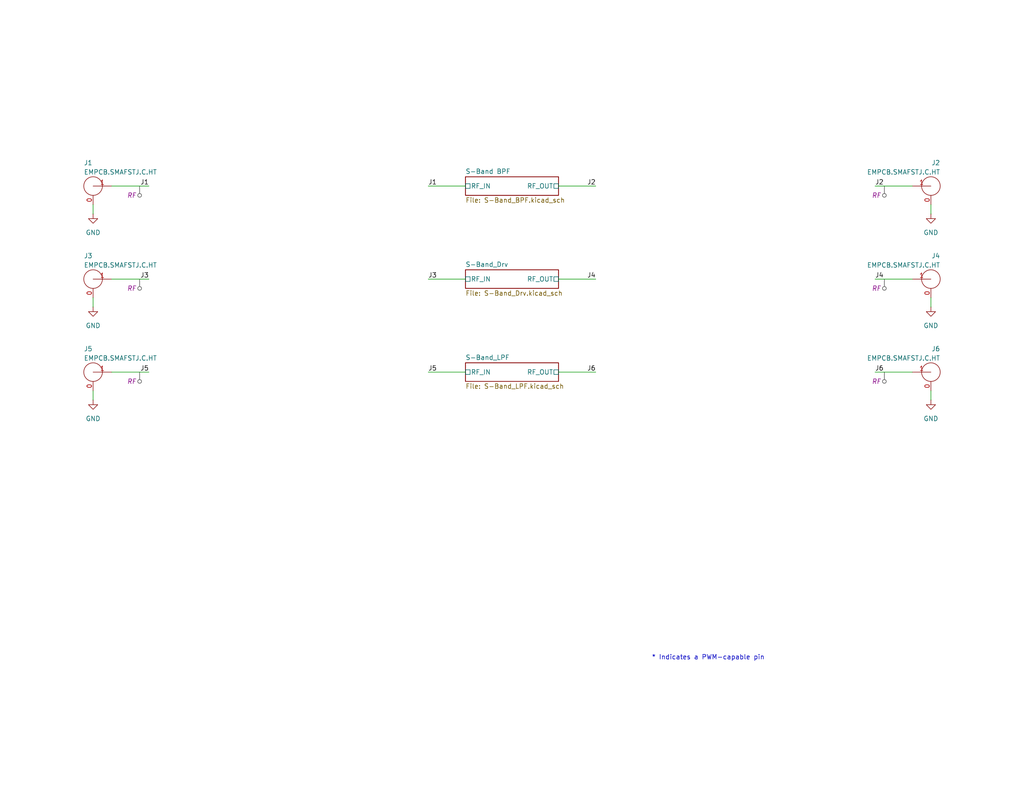
<source format=kicad_sch>
(kicad_sch
	(version 20231120)
	(generator "eeschema")
	(generator_version "8.0")
	(uuid "e63e39d7-6ac0-4ffd-8aa3-1841a4541b55")
	(paper "USLetter")
	(title_block
		(title "S-Band 1W Amplifier Prototype")
		(date "2024-08-23")
		(rev "0")
		(company "Wireless and Control Systems LLC")
		(comment 1 "Dan Tatum")
	)
	(lib_symbols
		(symbol "power:GND"
			(power)
			(pin_numbers hide)
			(pin_names
				(offset 0) hide)
			(exclude_from_sim no)
			(in_bom yes)
			(on_board yes)
			(property "Reference" "#PWR"
				(at 0 -6.35 0)
				(effects
					(font
						(size 1.27 1.27)
					)
					(hide yes)
				)
			)
			(property "Value" "GND"
				(at 0 -3.81 0)
				(effects
					(font
						(size 1.27 1.27)
					)
				)
			)
			(property "Footprint" ""
				(at 0 0 0)
				(effects
					(font
						(size 1.27 1.27)
					)
					(hide yes)
				)
			)
			(property "Datasheet" ""
				(at 0 0 0)
				(effects
					(font
						(size 1.27 1.27)
					)
					(hide yes)
				)
			)
			(property "Description" "Power symbol creates a global label with name \"GND\" , ground"
				(at 0 0 0)
				(effects
					(font
						(size 1.27 1.27)
					)
					(hide yes)
				)
			)
			(property "ki_keywords" "global power"
				(at 0 0 0)
				(effects
					(font
						(size 1.27 1.27)
					)
					(hide yes)
				)
			)
			(symbol "GND_0_1"
				(polyline
					(pts
						(xy 0 0) (xy 0 -1.27) (xy 1.27 -1.27) (xy 0 -2.54) (xy -1.27 -1.27) (xy 0 -1.27)
					)
					(stroke
						(width 0)
						(type default)
					)
					(fill
						(type none)
					)
				)
			)
			(symbol "GND_1_1"
				(pin power_in line
					(at 0 0 270)
					(length 0)
					(name "~"
						(effects
							(font
								(size 1.27 1.27)
							)
						)
					)
					(number "1"
						(effects
							(font
								(size 1.27 1.27)
							)
						)
					)
				)
			)
		)
		(symbol "proj_library:EMPCB.SMAFSTJ.C.HT"
			(pin_names
				(offset 1.016) hide)
			(exclude_from_sim no)
			(in_bom yes)
			(on_board yes)
			(property "Reference" "J"
				(at 0 5.715 0)
				(effects
					(font
						(size 1.27 1.27)
					)
					(justify right)
				)
			)
			(property "Value" "EMPCB.SMAFSTJ.C.HT"
				(at 0 3.81 0)
				(effects
					(font
						(size 1.27 1.27)
					)
					(justify right)
				)
			)
			(property "Footprint" "proj_library:EMPCB.SMAFSTJ.C.HT"
				(at 0 -3.81 0)
				(effects
					(font
						(size 1.27 1.27)
					)
					(hide yes)
				)
			)
			(property "Datasheet" ""
				(at 0 0 0)
				(effects
					(font
						(size 1.27 1.27)
					)
					(hide yes)
				)
			)
			(property "Description" "CONN SMA JACK STR 50OHM EDGE MNT"
				(at 0 0 0)
				(effects
					(font
						(size 1.27 1.27)
					)
					(hide yes)
				)
			)
			(property "Manufacturer" "Taoglas"
				(at 0 3.81 0)
				(effects
					(font
						(size 1.27 1.27)
					)
					(hide yes)
				)
			)
			(property "ki_keywords" "CONN SMA JACK 50 OHM EDGE"
				(at 0 0 0)
				(effects
					(font
						(size 1.27 1.27)
					)
					(hide yes)
				)
			)
			(property "ki_fp_filters" "Connector*:*_1x??_*"
				(at 0 0 0)
				(effects
					(font
						(size 1.27 1.27)
					)
					(hide yes)
				)
			)
			(symbol "EMPCB.SMAFSTJ.C.HT_0_1"
				(circle
					(center 0 0)
					(radius 2.54)
					(stroke
						(width 0)
						(type default)
					)
					(fill
						(type none)
					)
				)
			)
			(symbol "EMPCB.SMAFSTJ.C.HT_1_0"
				(pin passive line
					(at 0 -5.08 90)
					(length 2.54)
					(name "~"
						(effects
							(font
								(size 1.27 1.27)
							)
						)
					)
					(number "0"
						(effects
							(font
								(size 1.27 1.27)
							)
						)
					)
				)
			)
			(symbol "EMPCB.SMAFSTJ.C.HT_1_1"
				(pin passive line
					(at -5.08 0 0)
					(length 5.08)
					(name "Pin_1"
						(effects
							(font
								(size 1.27 1.27)
							)
						)
					)
					(number "1"
						(effects
							(font
								(size 1.27 1.27)
							)
						)
					)
				)
			)
		)
	)
	(wire
		(pts
			(xy 25.4 55.88) (xy 25.4 58.42)
		)
		(stroke
			(width 0)
			(type default)
		)
		(uuid "11e9e616-6d6a-4490-bf22-08dafce210d2")
	)
	(wire
		(pts
			(xy 30.48 76.2) (xy 40.64 76.2)
		)
		(stroke
			(width 0)
			(type default)
		)
		(uuid "28d961e3-b34a-42dc-833d-f5738a47e60b")
	)
	(wire
		(pts
			(xy 238.76 50.8) (xy 248.92 50.8)
		)
		(stroke
			(width 0)
			(type default)
		)
		(uuid "2ffafc1d-4ed2-479e-bd90-505f86ab9326")
	)
	(wire
		(pts
			(xy 254 55.88) (xy 254 58.42)
		)
		(stroke
			(width 0)
			(type default)
		)
		(uuid "3977ffa7-dd5c-4e8e-99ef-2f506499b254")
	)
	(wire
		(pts
			(xy 254 106.68) (xy 254 109.22)
		)
		(stroke
			(width 0)
			(type default)
		)
		(uuid "3aeeae19-2859-4c92-8d88-9f704ad1883f")
	)
	(wire
		(pts
			(xy 238.76 101.6) (xy 248.92 101.6)
		)
		(stroke
			(width 0)
			(type default)
		)
		(uuid "5e299302-8fbd-4b67-9e29-2ac80f9583c8")
	)
	(wire
		(pts
			(xy 116.84 50.8) (xy 127 50.8)
		)
		(stroke
			(width 0)
			(type default)
		)
		(uuid "606e6136-be68-457b-a485-0f5f19954e51")
	)
	(wire
		(pts
			(xy 25.4 81.28) (xy 25.4 83.82)
		)
		(stroke
			(width 0)
			(type default)
		)
		(uuid "72c58636-1825-46fa-99f5-99df9c450151")
	)
	(wire
		(pts
			(xy 152.4 50.8) (xy 162.56 50.8)
		)
		(stroke
			(width 0)
			(type default)
		)
		(uuid "78cede8f-711c-4586-b3be-cb0b1198d01c")
	)
	(wire
		(pts
			(xy 152.4 101.6) (xy 162.56 101.6)
		)
		(stroke
			(width 0)
			(type default)
		)
		(uuid "86a9f241-8a73-49ec-a583-9b23619889bb")
	)
	(wire
		(pts
			(xy 116.84 76.2) (xy 127 76.2)
		)
		(stroke
			(width 0)
			(type default)
		)
		(uuid "99fcf72a-b49a-4cde-836d-268b4cb4ccfa")
	)
	(wire
		(pts
			(xy 30.48 101.6) (xy 40.64 101.6)
		)
		(stroke
			(width 0)
			(type default)
		)
		(uuid "a93d1b0a-2160-47a1-852b-d22832da7434")
	)
	(wire
		(pts
			(xy 152.4 76.2) (xy 162.56 76.2)
		)
		(stroke
			(width 0)
			(type default)
		)
		(uuid "a94161f4-e99d-41c2-b758-8d1840ef528b")
	)
	(wire
		(pts
			(xy 116.84 101.6) (xy 127 101.6)
		)
		(stroke
			(width 0)
			(type default)
		)
		(uuid "cff89868-d2f8-4a77-9ef9-cb3b54164ef0")
	)
	(wire
		(pts
			(xy 238.76 76.2) (xy 248.92 76.2)
		)
		(stroke
			(width 0)
			(type default)
		)
		(uuid "d0f9124f-5895-4102-8dbe-d5cf2709118f")
	)
	(wire
		(pts
			(xy 25.4 106.68) (xy 25.4 109.22)
		)
		(stroke
			(width 0)
			(type default)
		)
		(uuid "f2422321-18ba-4d44-9981-c5e2dc077547")
	)
	(wire
		(pts
			(xy 30.48 50.8) (xy 40.64 50.8)
		)
		(stroke
			(width 0)
			(type default)
		)
		(uuid "f8062c35-db7a-41fd-8cf8-fefee4279029")
	)
	(wire
		(pts
			(xy 254 81.28) (xy 254 83.82)
		)
		(stroke
			(width 0)
			(type default)
		)
		(uuid "f89660ff-4df0-4021-801e-6a5965ed6f29")
	)
	(text "* Indicates a PWM-capable pin"
		(exclude_from_sim no)
		(at 177.8 180.34 0)
		(effects
			(font
				(size 1.27 1.27)
			)
			(justify left bottom)
		)
		(uuid "c364973a-9a67-4667-8185-a3a5c6c6cbdf")
	)
	(label "J4"
		(at 238.76 76.2 0)
		(fields_autoplaced yes)
		(effects
			(font
				(size 1.27 1.27)
			)
			(justify left bottom)
		)
		(uuid "01f22149-f180-43e2-bd22-862b9b52d6da")
	)
	(label "J5"
		(at 116.84 101.6 0)
		(fields_autoplaced yes)
		(effects
			(font
				(size 1.27 1.27)
			)
			(justify left bottom)
		)
		(uuid "2a7f6f64-4a14-452c-b635-c98afa5aa66c")
	)
	(label "J2"
		(at 162.56 50.8 180)
		(fields_autoplaced yes)
		(effects
			(font
				(size 1.27 1.27)
			)
			(justify right bottom)
		)
		(uuid "54d56d17-8e65-47ce-83e8-2e87d967995e")
	)
	(label "J4"
		(at 162.56 76.2 180)
		(fields_autoplaced yes)
		(effects
			(font
				(size 1.27 1.27)
			)
			(justify right bottom)
		)
		(uuid "694613ba-99df-4708-9ff3-ddbb1d04c32a")
	)
	(label "J2"
		(at 238.76 50.8 0)
		(fields_autoplaced yes)
		(effects
			(font
				(size 1.27 1.27)
			)
			(justify left bottom)
		)
		(uuid "754d6feb-8aed-4784-bf9e-917afd6129eb")
	)
	(label "J6"
		(at 238.76 101.6 0)
		(fields_autoplaced yes)
		(effects
			(font
				(size 1.27 1.27)
			)
			(justify left bottom)
		)
		(uuid "8d2626cb-ca94-4ace-910b-19e8f8bdb995")
	)
	(label "J3"
		(at 116.84 76.2 0)
		(fields_autoplaced yes)
		(effects
			(font
				(size 1.27 1.27)
			)
			(justify left bottom)
		)
		(uuid "ae52d651-0bc2-4d83-b5b3-84ae4496f196")
	)
	(label "J5"
		(at 40.64 101.6 180)
		(fields_autoplaced yes)
		(effects
			(font
				(size 1.27 1.27)
			)
			(justify right bottom)
		)
		(uuid "bda28934-3b7e-42e4-a3c1-99f9dec01121")
	)
	(label "J1"
		(at 116.84 50.8 0)
		(fields_autoplaced yes)
		(effects
			(font
				(size 1.27 1.27)
			)
			(justify left bottom)
		)
		(uuid "cff4ece1-3abe-4d7e-8960-30f917da99b2")
	)
	(label "J3"
		(at 40.64 76.2 180)
		(fields_autoplaced yes)
		(effects
			(font
				(size 1.27 1.27)
			)
			(justify right bottom)
		)
		(uuid "dcf1d9fb-05bb-4fc0-879d-bfada30da410")
	)
	(label "J6"
		(at 162.56 101.6 180)
		(fields_autoplaced yes)
		(effects
			(font
				(size 1.27 1.27)
			)
			(justify right bottom)
		)
		(uuid "f79e0e02-e50c-498a-a76d-d4c6b5664709")
	)
	(label "J1"
		(at 40.64 50.8 180)
		(fields_autoplaced yes)
		(effects
			(font
				(size 1.27 1.27)
			)
			(justify right bottom)
		)
		(uuid "f81ee1ac-8a3c-4be0-9f07-72a1c82064cb")
	)
	(netclass_flag ""
		(length 2.54)
		(shape round)
		(at 38.1 76.2 180)
		(effects
			(font
				(size 1.27 1.27)
			)
			(justify right bottom)
		)
		(uuid "04e98d3e-8ede-41f8-a3db-d8fd1e2522f3")
		(property "Netclass" "RF"
			(at 37.211 78.74 0)
			(effects
				(font
					(size 1.27 1.27)
					(italic yes)
				)
				(justify right)
			)
		)
	)
	(netclass_flag ""
		(length 2.54)
		(shape round)
		(at 241.3 101.6 180)
		(effects
			(font
				(size 1.27 1.27)
			)
			(justify right bottom)
		)
		(uuid "12777815-e805-439d-8ee3-82cdb8619f95")
		(property "Netclass" "RF"
			(at 240.411 104.14 0)
			(effects
				(font
					(size 1.27 1.27)
					(italic yes)
				)
				(justify right)
			)
		)
	)
	(netclass_flag ""
		(length 2.54)
		(shape round)
		(at 241.3 76.2 180)
		(effects
			(font
				(size 1.27 1.27)
			)
			(justify right bottom)
		)
		(uuid "721e0324-752e-448f-8ba7-c70f5bb13004")
		(property "Netclass" "RF"
			(at 240.411 78.74 0)
			(effects
				(font
					(size 1.27 1.27)
					(italic yes)
				)
				(justify right)
			)
		)
	)
	(netclass_flag ""
		(length 2.54)
		(shape round)
		(at 241.3 50.8 180)
		(effects
			(font
				(size 1.27 1.27)
			)
			(justify right bottom)
		)
		(uuid "765f1288-8ccf-4bfe-aed7-acbb4d1fe0c8")
		(property "Netclass" "RF"
			(at 240.411 53.34 0)
			(effects
				(font
					(size 1.27 1.27)
					(italic yes)
				)
				(justify right)
			)
		)
	)
	(netclass_flag ""
		(length 2.54)
		(shape round)
		(at 38.1 101.6 180)
		(effects
			(font
				(size 1.27 1.27)
			)
			(justify right bottom)
		)
		(uuid "b7102b42-92d7-4626-89d9-7f4460c5f22c")
		(property "Netclass" "RF"
			(at 37.211 104.14 0)
			(effects
				(font
					(size 1.27 1.27)
					(italic yes)
				)
				(justify right)
			)
		)
	)
	(netclass_flag ""
		(length 2.54)
		(shape round)
		(at 38.1 50.8 180)
		(effects
			(font
				(size 1.27 1.27)
			)
			(justify right bottom)
		)
		(uuid "d50f972f-f65d-403c-9a35-bc545f7aed0a")
		(property "Netclass" "RF"
			(at 37.211 53.34 0)
			(effects
				(font
					(size 1.27 1.27)
					(italic yes)
				)
				(justify right)
			)
		)
	)
	(symbol
		(lib_id "power:GND")
		(at 25.4 109.22 0)
		(unit 1)
		(exclude_from_sim no)
		(in_bom yes)
		(on_board yes)
		(dnp no)
		(fields_autoplaced yes)
		(uuid "2d2d4651-aa2d-4eb5-8668-956511197d85")
		(property "Reference" "#PWR05"
			(at 25.4 115.57 0)
			(effects
				(font
					(size 1.27 1.27)
				)
				(hide yes)
			)
		)
		(property "Value" "GND"
			(at 25.4 114.3 0)
			(effects
				(font
					(size 1.27 1.27)
				)
			)
		)
		(property "Footprint" ""
			(at 25.4 109.22 0)
			(effects
				(font
					(size 1.27 1.27)
				)
				(hide yes)
			)
		)
		(property "Datasheet" ""
			(at 25.4 109.22 0)
			(effects
				(font
					(size 1.27 1.27)
				)
				(hide yes)
			)
		)
		(property "Description" "Power symbol creates a global label with name \"GND\" , ground"
			(at 25.4 109.22 0)
			(effects
				(font
					(size 1.27 1.27)
				)
				(hide yes)
			)
		)
		(pin "1"
			(uuid "d8d6d80a-5550-4f58-81d5-879c9c9f175d")
		)
		(instances
			(project "Uno_S-Band_1W"
				(path "/e63e39d7-6ac0-4ffd-8aa3-1841a4541b55"
					(reference "#PWR05")
					(unit 1)
				)
			)
		)
	)
	(symbol
		(lib_id "proj_library:EMPCB.SMAFSTJ.C.HT")
		(at 25.4 76.2 0)
		(mirror y)
		(unit 1)
		(exclude_from_sim no)
		(in_bom yes)
		(on_board yes)
		(dnp no)
		(uuid "32e291ec-2da2-4d0a-ba34-aa597e63843b")
		(property "Reference" "J3"
			(at 22.86 69.85 0)
			(effects
				(font
					(size 1.27 1.27)
				)
				(justify right)
			)
		)
		(property "Value" "EMPCB.SMAFSTJ.C.HT"
			(at 22.86 72.39 0)
			(effects
				(font
					(size 1.27 1.27)
				)
				(justify right)
			)
		)
		(property "Footprint" "proj_library:EMPCB.SMAFSTJ.C.HT"
			(at 25.4 80.01 0)
			(effects
				(font
					(size 1.27 1.27)
				)
				(hide yes)
			)
		)
		(property "Datasheet" ""
			(at 25.4 76.2 0)
			(effects
				(font
					(size 1.27 1.27)
				)
				(hide yes)
			)
		)
		(property "Description" "CONN SMA JACK STR 50OHM EDGE MNT"
			(at 25.4 76.2 0)
			(effects
				(font
					(size 1.27 1.27)
				)
				(hide yes)
			)
		)
		(property "Manufacturer" "Taoglas"
			(at 25.4 72.39 0)
			(effects
				(font
					(size 1.27 1.27)
				)
				(hide yes)
			)
		)
		(pin "0"
			(uuid "0144b469-539d-412e-a980-b6bc3513e253")
		)
		(pin "1"
			(uuid "a6edf5b8-6e22-4ae2-ba4b-05212efc8c34")
		)
		(instances
			(project "S-Band_1W_R1"
				(path "/e63e39d7-6ac0-4ffd-8aa3-1841a4541b55"
					(reference "J3")
					(unit 1)
				)
			)
		)
	)
	(symbol
		(lib_id "power:GND")
		(at 254 58.42 0)
		(unit 1)
		(exclude_from_sim no)
		(in_bom yes)
		(on_board yes)
		(dnp no)
		(fields_autoplaced yes)
		(uuid "6269e85f-cc08-4c6a-8225-c0f83aa32a9f")
		(property "Reference" "#PWR02"
			(at 254 64.77 0)
			(effects
				(font
					(size 1.27 1.27)
				)
				(hide yes)
			)
		)
		(property "Value" "GND"
			(at 254 63.5 0)
			(effects
				(font
					(size 1.27 1.27)
				)
			)
		)
		(property "Footprint" ""
			(at 254 58.42 0)
			(effects
				(font
					(size 1.27 1.27)
				)
				(hide yes)
			)
		)
		(property "Datasheet" ""
			(at 254 58.42 0)
			(effects
				(font
					(size 1.27 1.27)
				)
				(hide yes)
			)
		)
		(property "Description" "Power symbol creates a global label with name \"GND\" , ground"
			(at 254 58.42 0)
			(effects
				(font
					(size 1.27 1.27)
				)
				(hide yes)
			)
		)
		(pin "1"
			(uuid "706121ac-a84d-4ff2-8228-a60b62106136")
		)
		(instances
			(project "Uno_S-Band_1W"
				(path "/e63e39d7-6ac0-4ffd-8aa3-1841a4541b55"
					(reference "#PWR02")
					(unit 1)
				)
			)
		)
	)
	(symbol
		(lib_id "proj_library:EMPCB.SMAFSTJ.C.HT")
		(at 25.4 50.8 0)
		(mirror y)
		(unit 1)
		(exclude_from_sim no)
		(in_bom yes)
		(on_board yes)
		(dnp no)
		(uuid "769bdec0-bc27-4bae-be2a-6dc705fbe5da")
		(property "Reference" "J1"
			(at 22.86 44.45 0)
			(effects
				(font
					(size 1.27 1.27)
				)
				(justify right)
			)
		)
		(property "Value" "EMPCB.SMAFSTJ.C.HT"
			(at 22.86 46.99 0)
			(effects
				(font
					(size 1.27 1.27)
				)
				(justify right)
			)
		)
		(property "Footprint" "proj_library:EMPCB.SMAFSTJ.C.HT"
			(at 25.4 54.61 0)
			(effects
				(font
					(size 1.27 1.27)
				)
				(hide yes)
			)
		)
		(property "Datasheet" ""
			(at 25.4 50.8 0)
			(effects
				(font
					(size 1.27 1.27)
				)
				(hide yes)
			)
		)
		(property "Description" "CONN SMA JACK STR 50OHM EDGE MNT"
			(at 25.4 50.8 0)
			(effects
				(font
					(size 1.27 1.27)
				)
				(hide yes)
			)
		)
		(property "Manufacturer" "Taoglas"
			(at 25.4 46.99 0)
			(effects
				(font
					(size 1.27 1.27)
				)
				(hide yes)
			)
		)
		(pin "0"
			(uuid "a6a2108b-305b-42d6-99e7-53ec431d0d4a")
		)
		(pin "1"
			(uuid "58f9e19c-633d-4934-97d5-bf2c5ebe3df8")
		)
		(instances
			(project ""
				(path "/e63e39d7-6ac0-4ffd-8aa3-1841a4541b55"
					(reference "J1")
					(unit 1)
				)
			)
		)
	)
	(symbol
		(lib_id "proj_library:EMPCB.SMAFSTJ.C.HT")
		(at 254 101.6 0)
		(unit 1)
		(exclude_from_sim no)
		(in_bom yes)
		(on_board yes)
		(dnp no)
		(uuid "8a564305-9034-43ba-a866-802a363678a7")
		(property "Reference" "J6"
			(at 256.54 95.25 0)
			(effects
				(font
					(size 1.27 1.27)
				)
				(justify right)
			)
		)
		(property "Value" "EMPCB.SMAFSTJ.C.HT"
			(at 256.54 97.79 0)
			(effects
				(font
					(size 1.27 1.27)
				)
				(justify right)
			)
		)
		(property "Footprint" "proj_library:EMPCB.SMAFSTJ.C.HT"
			(at 254 105.41 0)
			(effects
				(font
					(size 1.27 1.27)
				)
				(hide yes)
			)
		)
		(property "Datasheet" ""
			(at 254 101.6 0)
			(effects
				(font
					(size 1.27 1.27)
				)
				(hide yes)
			)
		)
		(property "Description" "CONN SMA JACK STR 50OHM EDGE MNT"
			(at 254 101.6 0)
			(effects
				(font
					(size 1.27 1.27)
				)
				(hide yes)
			)
		)
		(property "Manufacturer" "Taoglas"
			(at 254 97.79 0)
			(effects
				(font
					(size 1.27 1.27)
				)
				(hide yes)
			)
		)
		(pin "0"
			(uuid "7efeec3f-377e-425d-8c59-92d265c47aa0")
		)
		(pin "1"
			(uuid "00fbc99e-109d-4a96-ad22-e6a56c06ddff")
		)
		(instances
			(project "S-Band_1W_R1"
				(path "/e63e39d7-6ac0-4ffd-8aa3-1841a4541b55"
					(reference "J6")
					(unit 1)
				)
			)
		)
	)
	(symbol
		(lib_id "proj_library:EMPCB.SMAFSTJ.C.HT")
		(at 254 76.2 0)
		(unit 1)
		(exclude_from_sim no)
		(in_bom yes)
		(on_board yes)
		(dnp no)
		(uuid "8c54aa1a-5e12-4d5a-8f13-cbb3a5d8066f")
		(property "Reference" "J4"
			(at 256.54 69.85 0)
			(effects
				(font
					(size 1.27 1.27)
				)
				(justify right)
			)
		)
		(property "Value" "EMPCB.SMAFSTJ.C.HT"
			(at 256.54 72.39 0)
			(effects
				(font
					(size 1.27 1.27)
				)
				(justify right)
			)
		)
		(property "Footprint" "proj_library:EMPCB.SMAFSTJ.C.HT"
			(at 254 80.01 0)
			(effects
				(font
					(size 1.27 1.27)
				)
				(hide yes)
			)
		)
		(property "Datasheet" ""
			(at 254 76.2 0)
			(effects
				(font
					(size 1.27 1.27)
				)
				(hide yes)
			)
		)
		(property "Description" "CONN SMA JACK STR 50OHM EDGE MNT"
			(at 254 76.2 0)
			(effects
				(font
					(size 1.27 1.27)
				)
				(hide yes)
			)
		)
		(property "Manufacturer" "Taoglas"
			(at 254 72.39 0)
			(effects
				(font
					(size 1.27 1.27)
				)
				(hide yes)
			)
		)
		(pin "0"
			(uuid "79b8fcc3-cb58-406a-9755-1ae9ee5fe06c")
		)
		(pin "1"
			(uuid "aec2785e-4e06-4bf1-b736-8ab03ddd0c92")
		)
		(instances
			(project "S-Band_1W_R1"
				(path "/e63e39d7-6ac0-4ffd-8aa3-1841a4541b55"
					(reference "J4")
					(unit 1)
				)
			)
		)
	)
	(symbol
		(lib_id "power:GND")
		(at 254 109.22 0)
		(unit 1)
		(exclude_from_sim no)
		(in_bom yes)
		(on_board yes)
		(dnp no)
		(fields_autoplaced yes)
		(uuid "9604226e-18a6-4b72-82cd-d8310e1e7667")
		(property "Reference" "#PWR06"
			(at 254 115.57 0)
			(effects
				(font
					(size 1.27 1.27)
				)
				(hide yes)
			)
		)
		(property "Value" "GND"
			(at 254 114.3 0)
			(effects
				(font
					(size 1.27 1.27)
				)
			)
		)
		(property "Footprint" ""
			(at 254 109.22 0)
			(effects
				(font
					(size 1.27 1.27)
				)
				(hide yes)
			)
		)
		(property "Datasheet" ""
			(at 254 109.22 0)
			(effects
				(font
					(size 1.27 1.27)
				)
				(hide yes)
			)
		)
		(property "Description" "Power symbol creates a global label with name \"GND\" , ground"
			(at 254 109.22 0)
			(effects
				(font
					(size 1.27 1.27)
				)
				(hide yes)
			)
		)
		(pin "1"
			(uuid "3e766256-2c4c-45fd-aaa6-148d3feea58e")
		)
		(instances
			(project "Uno_S-Band_1W"
				(path "/e63e39d7-6ac0-4ffd-8aa3-1841a4541b55"
					(reference "#PWR06")
					(unit 1)
				)
			)
		)
	)
	(symbol
		(lib_id "power:GND")
		(at 25.4 58.42 0)
		(unit 1)
		(exclude_from_sim no)
		(in_bom yes)
		(on_board yes)
		(dnp no)
		(fields_autoplaced yes)
		(uuid "9e8235f5-fd42-4361-8c72-81245c4d7fa0")
		(property "Reference" "#PWR01"
			(at 25.4 64.77 0)
			(effects
				(font
					(size 1.27 1.27)
				)
				(hide yes)
			)
		)
		(property "Value" "GND"
			(at 25.4 63.5 0)
			(effects
				(font
					(size 1.27 1.27)
				)
			)
		)
		(property "Footprint" ""
			(at 25.4 58.42 0)
			(effects
				(font
					(size 1.27 1.27)
				)
				(hide yes)
			)
		)
		(property "Datasheet" ""
			(at 25.4 58.42 0)
			(effects
				(font
					(size 1.27 1.27)
				)
				(hide yes)
			)
		)
		(property "Description" "Power symbol creates a global label with name \"GND\" , ground"
			(at 25.4 58.42 0)
			(effects
				(font
					(size 1.27 1.27)
				)
				(hide yes)
			)
		)
		(pin "1"
			(uuid "c26ffbab-8fde-4c84-8925-bb6550eb1668")
		)
		(instances
			(project "Uno_S-Band_1W"
				(path "/e63e39d7-6ac0-4ffd-8aa3-1841a4541b55"
					(reference "#PWR01")
					(unit 1)
				)
			)
		)
	)
	(symbol
		(lib_id "proj_library:EMPCB.SMAFSTJ.C.HT")
		(at 25.4 101.6 0)
		(mirror y)
		(unit 1)
		(exclude_from_sim no)
		(in_bom yes)
		(on_board yes)
		(dnp no)
		(uuid "c11907e0-407d-4522-a5d8-a10776869d88")
		(property "Reference" "J5"
			(at 22.86 95.25 0)
			(effects
				(font
					(size 1.27 1.27)
				)
				(justify right)
			)
		)
		(property "Value" "EMPCB.SMAFSTJ.C.HT"
			(at 22.86 97.79 0)
			(effects
				(font
					(size 1.27 1.27)
				)
				(justify right)
			)
		)
		(property "Footprint" "proj_library:EMPCB.SMAFSTJ.C.HT"
			(at 25.4 105.41 0)
			(effects
				(font
					(size 1.27 1.27)
				)
				(hide yes)
			)
		)
		(property "Datasheet" ""
			(at 25.4 101.6 0)
			(effects
				(font
					(size 1.27 1.27)
				)
				(hide yes)
			)
		)
		(property "Description" "CONN SMA JACK STR 50OHM EDGE MNT"
			(at 25.4 101.6 0)
			(effects
				(font
					(size 1.27 1.27)
				)
				(hide yes)
			)
		)
		(property "Manufacturer" "Taoglas"
			(at 25.4 97.79 0)
			(effects
				(font
					(size 1.27 1.27)
				)
				(hide yes)
			)
		)
		(pin "0"
			(uuid "44a39a56-0d15-49f9-a34b-3cf380f54c5d")
		)
		(pin "1"
			(uuid "b3576885-1da3-4cc4-aeee-37a51a29f809")
		)
		(instances
			(project "S-Band_1W_R1"
				(path "/e63e39d7-6ac0-4ffd-8aa3-1841a4541b55"
					(reference "J5")
					(unit 1)
				)
			)
		)
	)
	(symbol
		(lib_id "power:GND")
		(at 254 83.82 0)
		(unit 1)
		(exclude_from_sim no)
		(in_bom yes)
		(on_board yes)
		(dnp no)
		(fields_autoplaced yes)
		(uuid "c49f7e6f-5e24-4457-82ec-498a13a5601c")
		(property "Reference" "#PWR04"
			(at 254 90.17 0)
			(effects
				(font
					(size 1.27 1.27)
				)
				(hide yes)
			)
		)
		(property "Value" "GND"
			(at 254 88.9 0)
			(effects
				(font
					(size 1.27 1.27)
				)
			)
		)
		(property "Footprint" ""
			(at 254 83.82 0)
			(effects
				(font
					(size 1.27 1.27)
				)
				(hide yes)
			)
		)
		(property "Datasheet" ""
			(at 254 83.82 0)
			(effects
				(font
					(size 1.27 1.27)
				)
				(hide yes)
			)
		)
		(property "Description" "Power symbol creates a global label with name \"GND\" , ground"
			(at 254 83.82 0)
			(effects
				(font
					(size 1.27 1.27)
				)
				(hide yes)
			)
		)
		(pin "1"
			(uuid "5a5119ab-2e47-4c8e-a908-1ec7a63441ba")
		)
		(instances
			(project "Uno_S-Band_1W"
				(path "/e63e39d7-6ac0-4ffd-8aa3-1841a4541b55"
					(reference "#PWR04")
					(unit 1)
				)
			)
		)
	)
	(symbol
		(lib_id "proj_library:EMPCB.SMAFSTJ.C.HT")
		(at 254 50.8 0)
		(unit 1)
		(exclude_from_sim no)
		(in_bom yes)
		(on_board yes)
		(dnp no)
		(uuid "d5fcd867-f34a-477c-bcbb-11d43b9c40a9")
		(property "Reference" "J2"
			(at 256.54 44.45 0)
			(effects
				(font
					(size 1.27 1.27)
				)
				(justify right)
			)
		)
		(property "Value" "EMPCB.SMAFSTJ.C.HT"
			(at 256.54 46.99 0)
			(effects
				(font
					(size 1.27 1.27)
				)
				(justify right)
			)
		)
		(property "Footprint" "proj_library:EMPCB.SMAFSTJ.C.HT"
			(at 254 54.61 0)
			(effects
				(font
					(size 1.27 1.27)
				)
				(hide yes)
			)
		)
		(property "Datasheet" ""
			(at 254 50.8 0)
			(effects
				(font
					(size 1.27 1.27)
				)
				(hide yes)
			)
		)
		(property "Description" "CONN SMA JACK STR 50OHM EDGE MNT"
			(at 254 50.8 0)
			(effects
				(font
					(size 1.27 1.27)
				)
				(hide yes)
			)
		)
		(property "Manufacturer" "Taoglas"
			(at 254 46.99 0)
			(effects
				(font
					(size 1.27 1.27)
				)
				(hide yes)
			)
		)
		(pin "0"
			(uuid "e821903f-b1be-4ce6-990b-2d036502b8a6")
		)
		(pin "1"
			(uuid "ed07032c-c7d9-4ab5-806b-1bd29d915788")
		)
		(instances
			(project "S-Band_1W_R1"
				(path "/e63e39d7-6ac0-4ffd-8aa3-1841a4541b55"
					(reference "J2")
					(unit 1)
				)
			)
		)
	)
	(symbol
		(lib_id "power:GND")
		(at 25.4 83.82 0)
		(unit 1)
		(exclude_from_sim no)
		(in_bom yes)
		(on_board yes)
		(dnp no)
		(fields_autoplaced yes)
		(uuid "d7106fb1-3d6f-40fb-ad09-9630b66336f2")
		(property "Reference" "#PWR03"
			(at 25.4 90.17 0)
			(effects
				(font
					(size 1.27 1.27)
				)
				(hide yes)
			)
		)
		(property "Value" "GND"
			(at 25.4 88.9 0)
			(effects
				(font
					(size 1.27 1.27)
				)
			)
		)
		(property "Footprint" ""
			(at 25.4 83.82 0)
			(effects
				(font
					(size 1.27 1.27)
				)
				(hide yes)
			)
		)
		(property "Datasheet" ""
			(at 25.4 83.82 0)
			(effects
				(font
					(size 1.27 1.27)
				)
				(hide yes)
			)
		)
		(property "Description" "Power symbol creates a global label with name \"GND\" , ground"
			(at 25.4 83.82 0)
			(effects
				(font
					(size 1.27 1.27)
				)
				(hide yes)
			)
		)
		(pin "1"
			(uuid "97394d87-1a94-4fc1-9f15-537be557431b")
		)
		(instances
			(project "Uno_S-Band_1W"
				(path "/e63e39d7-6ac0-4ffd-8aa3-1841a4541b55"
					(reference "#PWR03")
					(unit 1)
				)
			)
		)
	)
	(sheet
		(at 127 73.66)
		(size 25.4 5.08)
		(fields_autoplaced yes)
		(stroke
			(width 0.1524)
			(type solid)
		)
		(fill
			(color 0 0 0 0.0000)
		)
		(uuid "3a957763-8d14-4454-9629-3c8148db85de")
		(property "Sheetname" "S-Band_Drv"
			(at 127 72.9484 0)
			(effects
				(font
					(size 1.27 1.27)
				)
				(justify left bottom)
			)
		)
		(property "Sheetfile" "S-Band_Drv.kicad_sch"
			(at 127 79.3246 0)
			(effects
				(font
					(size 1.27 1.27)
				)
				(justify left top)
			)
		)
		(pin "RF_OUT" passive
			(at 152.4 76.2 0)
			(effects
				(font
					(size 1.27 1.27)
				)
				(justify right)
			)
			(uuid "c3b98685-b531-4782-9ec4-7c0f8fd2fe1b")
		)
		(pin "RF_IN" passive
			(at 127 76.2 180)
			(effects
				(font
					(size 1.27 1.27)
				)
				(justify left)
			)
			(uuid "84f0d773-6493-4b28-bf7a-3f069362357e")
		)
		(instances
			(project "S-Band_1W_R1"
				(path "/e63e39d7-6ac0-4ffd-8aa3-1841a4541b55"
					(page "3")
				)
			)
		)
	)
	(sheet
		(at 127 48.26)
		(size 25.4 5.08)
		(fields_autoplaced yes)
		(stroke
			(width 0.1524)
			(type solid)
		)
		(fill
			(color 0 0 0 0.0000)
		)
		(uuid "7218080b-1d20-463b-b649-fe9788faa311")
		(property "Sheetname" "S-Band BPF"
			(at 127 47.5484 0)
			(effects
				(font
					(size 1.27 1.27)
				)
				(justify left bottom)
			)
		)
		(property "Sheetfile" "S-Band_BPF.kicad_sch"
			(at 127 53.9246 0)
			(effects
				(font
					(size 1.27 1.27)
				)
				(justify left top)
			)
		)
		(pin "RF_IN" passive
			(at 127 50.8 180)
			(effects
				(font
					(size 1.27 1.27)
				)
				(justify left)
			)
			(uuid "fd4b0893-c47e-455d-902c-45d26a074e9d")
		)
		(pin "RF_OUT" passive
			(at 152.4 50.8 0)
			(effects
				(font
					(size 1.27 1.27)
				)
				(justify right)
			)
			(uuid "24504ef3-9e27-44d5-91ff-34cd8b94a845")
		)
		(instances
			(project "S-Band_1W_R1"
				(path "/e63e39d7-6ac0-4ffd-8aa3-1841a4541b55"
					(page "2")
				)
			)
		)
	)
	(sheet
		(at 127 99.06)
		(size 25.4 5.08)
		(fields_autoplaced yes)
		(stroke
			(width 0.1524)
			(type solid)
		)
		(fill
			(color 0 0 0 0.0000)
		)
		(uuid "7bf19605-9e8a-46f5-87f1-c3d744e6984f")
		(property "Sheetname" "S-Band_LPF"
			(at 127 98.3484 0)
			(effects
				(font
					(size 1.27 1.27)
				)
				(justify left bottom)
			)
		)
		(property "Sheetfile" "S-Band_LPF.kicad_sch"
			(at 127 104.7246 0)
			(effects
				(font
					(size 1.27 1.27)
				)
				(justify left top)
			)
		)
		(pin "RF_IN" passive
			(at 127 101.6 180)
			(effects
				(font
					(size 1.27 1.27)
				)
				(justify left)
			)
			(uuid "14b21cb3-0077-4304-a486-b5bb59e02d13")
		)
		(pin "RF_OUT" passive
			(at 152.4 101.6 0)
			(effects
				(font
					(size 1.27 1.27)
				)
				(justify right)
			)
			(uuid "fd1af37f-0845-47a4-a7d9-dbe2238e8645")
		)
		(instances
			(project "S-Band_1W_R1"
				(path "/e63e39d7-6ac0-4ffd-8aa3-1841a4541b55"
					(page "4")
				)
			)
		)
	)
	(sheet_instances
		(path "/"
			(page "1")
		)
	)
)

</source>
